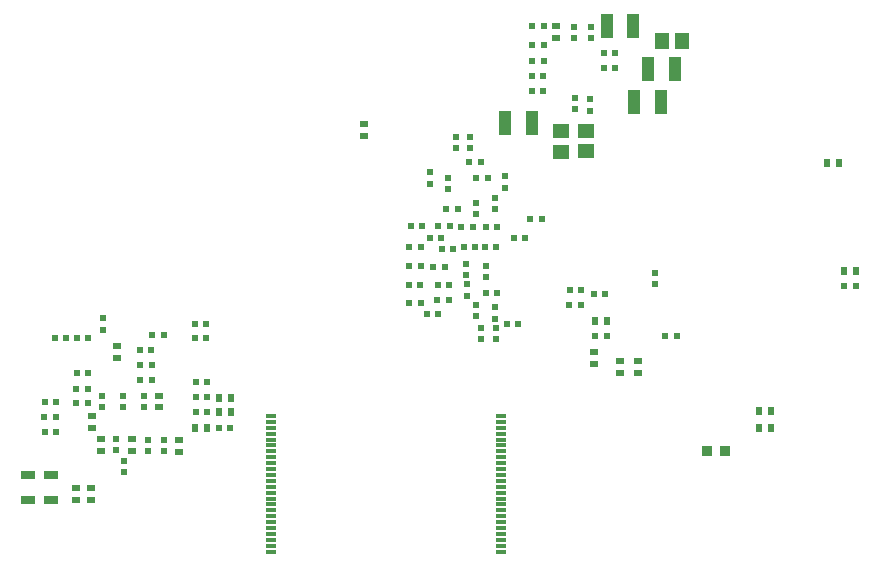
<source format=gbr>
G04 EAGLE Gerber RS-274X export*
G75*
%MOMM*%
%FSLAX34Y34*%
%LPD*%
%INSolderpaste Bottom*%
%IPPOS*%
%AMOC8*
5,1,8,0,0,1.08239X$1,22.5*%
G01*
G04 Define Apertures*
%ADD10R,0.560000X0.629100*%
%ADD11R,0.629100X0.560000*%
%ADD12R,0.900000X0.300000*%
%ADD13R,0.535100X0.644000*%
%ADD14R,0.644000X0.535100*%
%ADD15R,1.079100X2.129100*%
%ADD16R,1.465300X1.164600*%
%ADD17R,1.164600X1.465300*%
%ADD18R,0.920900X0.970200*%
%ADD19R,1.204800X0.749200*%
D10*
X441726Y308356D03*
X432034Y308356D03*
D11*
X488188Y340594D03*
X488188Y350286D03*
X479806Y239288D03*
X479806Y229596D03*
D10*
X416834Y258318D03*
X407142Y258318D03*
X461284Y307340D03*
X451592Y307340D03*
X481858Y307340D03*
X472166Y307340D03*
X510012Y313944D03*
X519704Y313944D03*
X481122Y290322D03*
X471430Y290322D03*
X424668Y298196D03*
X434360Y298196D03*
X427970Y273812D03*
X437662Y273812D03*
D11*
X456184Y258592D03*
X456184Y248900D03*
D10*
X453624Y290322D03*
X463316Y290322D03*
X581680Y454406D03*
X571988Y454406D03*
X444468Y288798D03*
X434776Y288798D03*
D11*
X455676Y275916D03*
X455676Y266224D03*
D10*
X441472Y258318D03*
X431780Y258318D03*
D11*
X472440Y274594D03*
X472440Y264902D03*
X464312Y241574D03*
X464312Y231882D03*
D10*
X408920Y308356D03*
X418612Y308356D03*
X407396Y274320D03*
X417088Y274320D03*
X407396Y290068D03*
X417088Y290068D03*
X572343Y442214D03*
X582035Y442214D03*
D11*
X560578Y415564D03*
X560578Y405872D03*
X547624Y416554D03*
X547624Y406862D03*
D10*
X481858Y251206D03*
X472166Y251206D03*
D11*
X480060Y322306D03*
X480060Y331998D03*
D10*
X440710Y245618D03*
X431018Y245618D03*
D11*
X463804Y327934D03*
X463804Y318242D03*
D10*
X496042Y297688D03*
X505734Y297688D03*
X432160Y233875D03*
X422468Y233875D03*
X407396Y242824D03*
X417088Y242824D03*
D11*
X480822Y212122D03*
X480822Y221814D03*
D10*
X499638Y225552D03*
X489946Y225552D03*
X448330Y322326D03*
X438638Y322326D03*
D11*
X447294Y383814D03*
X447294Y374122D03*
X458978Y383814D03*
X458978Y374122D03*
X468122Y221814D03*
X468122Y212122D03*
D10*
X521228Y477266D03*
X511536Y477266D03*
D12*
X290250Y32327D03*
X290250Y37327D03*
X290250Y42327D03*
X290250Y47327D03*
X290250Y52327D03*
X290250Y57327D03*
X290250Y62327D03*
X290250Y67327D03*
X290250Y72327D03*
X290250Y77327D03*
X290250Y82327D03*
X290250Y87327D03*
X290250Y92327D03*
X290250Y97327D03*
X290250Y102327D03*
X290250Y107327D03*
X290250Y112327D03*
X290250Y117327D03*
X290250Y122327D03*
X290250Y127327D03*
X290250Y132327D03*
X290250Y137327D03*
X290250Y142327D03*
X290250Y147327D03*
X485250Y147327D03*
X485250Y142327D03*
X485250Y137327D03*
X485250Y132327D03*
X485250Y127327D03*
X485250Y122327D03*
X485250Y117327D03*
X485250Y112327D03*
X485250Y107327D03*
X485250Y102327D03*
X485250Y97327D03*
X485250Y92327D03*
X485250Y87327D03*
X485250Y82327D03*
X485250Y77327D03*
X485250Y72327D03*
X485250Y67327D03*
X485250Y62327D03*
X485250Y57327D03*
X485250Y52327D03*
X485250Y47327D03*
X485250Y42327D03*
X485250Y37327D03*
X485250Y32327D03*
D13*
X713735Y151638D03*
X703585Y151638D03*
X713735Y137160D03*
X703585Y137160D03*
D14*
X195580Y164587D03*
X195580Y154437D03*
X146304Y117861D03*
X146304Y128011D03*
X172466Y117861D03*
X172466Y128011D03*
X212344Y117099D03*
X212344Y127249D03*
D13*
X236469Y137414D03*
X226319Y137414D03*
X246131Y150368D03*
X256281Y150368D03*
D14*
X159766Y206497D03*
X159766Y196347D03*
D13*
X246131Y162560D03*
X256281Y162560D03*
D10*
X785388Y257302D03*
X775696Y257302D03*
D14*
X586232Y183853D03*
X586232Y194003D03*
D10*
X574822Y214630D03*
X565130Y214630D03*
X573298Y250190D03*
X563606Y250190D03*
D14*
X138684Y137419D03*
X138684Y147569D03*
D11*
X147574Y154666D03*
X147574Y164358D03*
X165100Y154666D03*
X165100Y164358D03*
X182626Y154666D03*
X182626Y164358D03*
X159004Y127782D03*
X159004Y118090D03*
X186436Y127020D03*
X186436Y117328D03*
X199390Y127020D03*
X199390Y117328D03*
D10*
X256052Y137414D03*
X246360Y137414D03*
X226548Y150368D03*
X236240Y150368D03*
X226548Y163322D03*
X236240Y163322D03*
X226548Y175866D03*
X236240Y175866D03*
X189250Y177800D03*
X179558Y177800D03*
X189250Y190246D03*
X179558Y190246D03*
X188996Y202946D03*
X179304Y202946D03*
X225778Y212902D03*
X235470Y212902D03*
X225828Y225044D03*
X235520Y225044D03*
X199664Y215900D03*
X189972Y215900D03*
X458196Y362204D03*
X467888Y362204D03*
D11*
X424688Y343896D03*
X424688Y353588D03*
D10*
X464292Y348742D03*
X473984Y348742D03*
D11*
X439928Y339070D03*
X439928Y348762D03*
D13*
X760930Y361247D03*
X771080Y361247D03*
D10*
X520948Y422656D03*
X511256Y422656D03*
X520948Y434848D03*
X511256Y434848D03*
D14*
X531622Y477766D03*
X531622Y467616D03*
D11*
X148082Y229890D03*
X148082Y220198D03*
D10*
X125964Y213106D03*
X135656Y213106D03*
X125964Y183388D03*
X135656Y183388D03*
X125710Y170434D03*
X135402Y170434D03*
X125456Y157988D03*
X135148Y157988D03*
X108478Y158750D03*
X98786Y158750D03*
X108224Y146050D03*
X98532Y146050D03*
D11*
X165847Y109188D03*
X165847Y99496D03*
D10*
X117114Y213106D03*
X107422Y213106D03*
X108732Y133858D03*
X99040Y133858D03*
D15*
X609894Y440804D03*
X632394Y440804D03*
X598077Y413266D03*
X620577Y413266D03*
X511376Y395029D03*
X488876Y395029D03*
D16*
X535940Y388484D03*
X535940Y370976D03*
X556768Y388738D03*
X556768Y371230D03*
D17*
X621166Y464566D03*
X638674Y464566D03*
D11*
X547116Y467086D03*
X547116Y476778D03*
X561340Y466985D03*
X561340Y476677D03*
D10*
X521228Y447548D03*
X511536Y447548D03*
X521381Y461264D03*
X511689Y461264D03*
D14*
X600710Y194051D03*
X600710Y183901D03*
D13*
X574749Y227292D03*
X564599Y227292D03*
D14*
X563880Y201163D03*
X563880Y191013D03*
D18*
X659258Y117602D03*
X674750Y117602D03*
D15*
X597228Y477416D03*
X574728Y477416D03*
D13*
X785363Y269748D03*
X775213Y269748D03*
D11*
X615442Y268498D03*
X615442Y258806D03*
D10*
X624058Y214884D03*
X633750Y214884D03*
X552978Y253746D03*
X543286Y253746D03*
X552724Y241300D03*
X543032Y241300D03*
D19*
X84710Y76368D03*
X84710Y97368D03*
X103758Y97368D03*
X103758Y76368D03*
D14*
X138176Y76459D03*
X138176Y86609D03*
X125476Y75951D03*
X125476Y86101D03*
X368750Y394455D03*
X368750Y384305D03*
M02*

</source>
